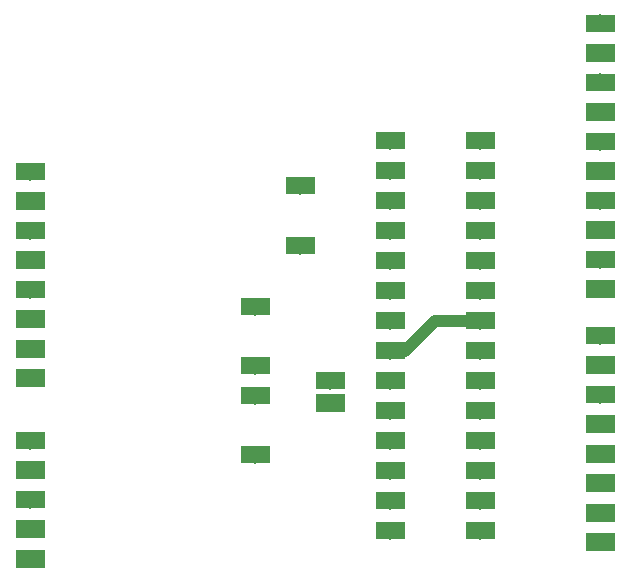
<source format=gtl>
G04 #@! TF.GenerationSoftware,KiCad,Pcbnew,(5.1.2)-2*
G04 #@! TF.CreationDate,2019-10-01T15:18:02-10:00*
G04 #@! TF.ProjectId,bootloader_atmega328,626f6f74-6c6f-4616-9465-725f61746d65,rev?*
G04 #@! TF.SameCoordinates,Original*
G04 #@! TF.FileFunction,Copper,L1,Top*
G04 #@! TF.FilePolarity,Positive*
%FSLAX46Y46*%
G04 Gerber Fmt 4.6, Leading zero omitted, Abs format (unit mm)*
G04 Created by KiCad (PCBNEW (5.1.2)-2) date 2019-10-01 15:18:02*
%MOMM*%
%LPD*%
G04 APERTURE LIST*
%ADD10C,1.500000*%
%ADD11C,0.100000*%
%ADD12C,1.000000*%
G04 APERTURE END LIST*
D10*
X109220000Y-91520000D03*
D11*
G36*
X107970000Y-90770000D02*
G01*
X110470000Y-90770000D01*
X110470000Y-92270000D01*
X107970000Y-92270000D01*
X107970000Y-90770000D01*
X107970000Y-90770000D01*
G37*
D10*
X109220000Y-96520000D03*
D11*
G36*
X107970000Y-95770000D02*
G01*
X110470000Y-95770000D01*
X110470000Y-97270000D01*
X107970000Y-97270000D01*
X107970000Y-95770000D01*
X107970000Y-95770000D01*
G37*
D10*
X109220000Y-104060000D03*
D11*
G36*
X107970000Y-103310000D02*
G01*
X110470000Y-103310000D01*
X110470000Y-104810000D01*
X107970000Y-104810000D01*
X107970000Y-103310000D01*
X107970000Y-103310000D01*
G37*
D10*
X109220000Y-99060000D03*
D11*
G36*
X107970000Y-98310000D02*
G01*
X110470000Y-98310000D01*
X110470000Y-99810000D01*
X107970000Y-99810000D01*
X107970000Y-98310000D01*
X107970000Y-98310000D01*
G37*
D10*
X90170000Y-80090000D03*
D11*
G36*
X88920000Y-79340000D02*
G01*
X91420000Y-79340000D01*
X91420000Y-80840000D01*
X88920000Y-80840000D01*
X88920000Y-79340000D01*
X88920000Y-79340000D01*
G37*
D10*
X90170000Y-82590000D03*
D11*
G36*
X88920000Y-81840000D02*
G01*
X91420000Y-81840000D01*
X91420000Y-83340000D01*
X88920000Y-83340000D01*
X88920000Y-81840000D01*
X88920000Y-81840000D01*
G37*
D10*
X90170000Y-85090000D03*
D11*
G36*
X88920000Y-84340000D02*
G01*
X91420000Y-84340000D01*
X91420000Y-85840000D01*
X88920000Y-85840000D01*
X88920000Y-84340000D01*
X88920000Y-84340000D01*
G37*
D10*
X90170000Y-87590000D03*
D11*
G36*
X88920000Y-86840000D02*
G01*
X91420000Y-86840000D01*
X91420000Y-88340000D01*
X88920000Y-88340000D01*
X88920000Y-86840000D01*
X88920000Y-86840000D01*
G37*
D10*
X90170000Y-90090000D03*
D11*
G36*
X88920000Y-89340000D02*
G01*
X91420000Y-89340000D01*
X91420000Y-90840000D01*
X88920000Y-90840000D01*
X88920000Y-89340000D01*
X88920000Y-89340000D01*
G37*
D10*
X90170000Y-92590000D03*
D11*
G36*
X88920000Y-91840000D02*
G01*
X91420000Y-91840000D01*
X91420000Y-93340000D01*
X88920000Y-93340000D01*
X88920000Y-91840000D01*
X88920000Y-91840000D01*
G37*
D10*
X90170000Y-95090000D03*
D11*
G36*
X88920000Y-94340000D02*
G01*
X91420000Y-94340000D01*
X91420000Y-95840000D01*
X88920000Y-95840000D01*
X88920000Y-94340000D01*
X88920000Y-94340000D01*
G37*
D10*
X90170000Y-97590000D03*
D11*
G36*
X88920000Y-96840000D02*
G01*
X91420000Y-96840000D01*
X91420000Y-98340000D01*
X88920000Y-98340000D01*
X88920000Y-96840000D01*
X88920000Y-96840000D01*
G37*
D10*
X90170000Y-102870000D03*
D11*
G36*
X88920000Y-102120000D02*
G01*
X91420000Y-102120000D01*
X91420000Y-103620000D01*
X88920000Y-103620000D01*
X88920000Y-102120000D01*
X88920000Y-102120000D01*
G37*
D10*
X90170000Y-105370000D03*
D11*
G36*
X88920000Y-104620000D02*
G01*
X91420000Y-104620000D01*
X91420000Y-106120000D01*
X88920000Y-106120000D01*
X88920000Y-104620000D01*
X88920000Y-104620000D01*
G37*
D10*
X90170000Y-107870000D03*
D11*
G36*
X88920000Y-107120000D02*
G01*
X91420000Y-107120000D01*
X91420000Y-108620000D01*
X88920000Y-108620000D01*
X88920000Y-107120000D01*
X88920000Y-107120000D01*
G37*
D10*
X90170000Y-110370000D03*
D11*
G36*
X88920000Y-109620000D02*
G01*
X91420000Y-109620000D01*
X91420000Y-111120000D01*
X88920000Y-111120000D01*
X88920000Y-109620000D01*
X88920000Y-109620000D01*
G37*
D10*
X90170000Y-112870000D03*
D11*
G36*
X88920000Y-112120000D02*
G01*
X91420000Y-112120000D01*
X91420000Y-113620000D01*
X88920000Y-113620000D01*
X88920000Y-112120000D01*
X88920000Y-112120000D01*
G37*
D10*
X138430000Y-90050000D03*
D11*
G36*
X139680000Y-90800000D02*
G01*
X137180000Y-90800000D01*
X137180000Y-89300000D01*
X139680000Y-89300000D01*
X139680000Y-90800000D01*
X139680000Y-90800000D01*
G37*
D10*
X138430000Y-87550000D03*
D11*
G36*
X139680000Y-88300000D02*
G01*
X137180000Y-88300000D01*
X137180000Y-86800000D01*
X139680000Y-86800000D01*
X139680000Y-88300000D01*
X139680000Y-88300000D01*
G37*
D10*
X138430000Y-85050000D03*
D11*
G36*
X139680000Y-85800000D02*
G01*
X137180000Y-85800000D01*
X137180000Y-84300000D01*
X139680000Y-84300000D01*
X139680000Y-85800000D01*
X139680000Y-85800000D01*
G37*
D10*
X138430000Y-82550000D03*
D11*
G36*
X139680000Y-83300000D02*
G01*
X137180000Y-83300000D01*
X137180000Y-81800000D01*
X139680000Y-81800000D01*
X139680000Y-83300000D01*
X139680000Y-83300000D01*
G37*
D10*
X138430000Y-80050000D03*
D11*
G36*
X139680000Y-80800000D02*
G01*
X137180000Y-80800000D01*
X137180000Y-79300000D01*
X139680000Y-79300000D01*
X139680000Y-80800000D01*
X139680000Y-80800000D01*
G37*
D10*
X138430000Y-77550000D03*
D11*
G36*
X139680000Y-78300000D02*
G01*
X137180000Y-78300000D01*
X137180000Y-76800000D01*
X139680000Y-76800000D01*
X139680000Y-78300000D01*
X139680000Y-78300000D01*
G37*
D10*
X138430000Y-75050000D03*
D11*
G36*
X139680000Y-75800000D02*
G01*
X137180000Y-75800000D01*
X137180000Y-74300000D01*
X139680000Y-74300000D01*
X139680000Y-75800000D01*
X139680000Y-75800000D01*
G37*
D10*
X138430000Y-72550000D03*
D11*
G36*
X139680000Y-73300000D02*
G01*
X137180000Y-73300000D01*
X137180000Y-71800000D01*
X139680000Y-71800000D01*
X139680000Y-73300000D01*
X139680000Y-73300000D01*
G37*
D10*
X138430000Y-70050000D03*
D11*
G36*
X139680000Y-70800000D02*
G01*
X137180000Y-70800000D01*
X137180000Y-69300000D01*
X139680000Y-69300000D01*
X139680000Y-70800000D01*
X139680000Y-70800000D01*
G37*
D10*
X138430000Y-67550000D03*
D11*
G36*
X139680000Y-68300000D02*
G01*
X137180000Y-68300000D01*
X137180000Y-66800000D01*
X139680000Y-66800000D01*
X139680000Y-68300000D01*
X139680000Y-68300000D01*
G37*
D10*
X138430000Y-93980000D03*
D11*
G36*
X139680000Y-94730000D02*
G01*
X137180000Y-94730000D01*
X137180000Y-93230000D01*
X139680000Y-93230000D01*
X139680000Y-94730000D01*
X139680000Y-94730000D01*
G37*
D10*
X138430000Y-96480000D03*
D11*
G36*
X139680000Y-97230000D02*
G01*
X137180000Y-97230000D01*
X137180000Y-95730000D01*
X139680000Y-95730000D01*
X139680000Y-97230000D01*
X139680000Y-97230000D01*
G37*
D10*
X138430000Y-98980000D03*
D11*
G36*
X139680000Y-99730000D02*
G01*
X137180000Y-99730000D01*
X137180000Y-98230000D01*
X139680000Y-98230000D01*
X139680000Y-99730000D01*
X139680000Y-99730000D01*
G37*
D10*
X138430000Y-101480000D03*
D11*
G36*
X139680000Y-102230000D02*
G01*
X137180000Y-102230000D01*
X137180000Y-100730000D01*
X139680000Y-100730000D01*
X139680000Y-102230000D01*
X139680000Y-102230000D01*
G37*
D10*
X138430000Y-103980000D03*
D11*
G36*
X139680000Y-104730000D02*
G01*
X137180000Y-104730000D01*
X137180000Y-103230000D01*
X139680000Y-103230000D01*
X139680000Y-104730000D01*
X139680000Y-104730000D01*
G37*
D10*
X138430000Y-106480000D03*
D11*
G36*
X139680000Y-107230000D02*
G01*
X137180000Y-107230000D01*
X137180000Y-105730000D01*
X139680000Y-105730000D01*
X139680000Y-107230000D01*
X139680000Y-107230000D01*
G37*
D10*
X138430000Y-108980000D03*
D11*
G36*
X139680000Y-109730000D02*
G01*
X137180000Y-109730000D01*
X137180000Y-108230000D01*
X139680000Y-108230000D01*
X139680000Y-109730000D01*
X139680000Y-109730000D01*
G37*
D10*
X138430000Y-111480000D03*
D11*
G36*
X139680000Y-112230000D02*
G01*
X137180000Y-112230000D01*
X137180000Y-110730000D01*
X139680000Y-110730000D01*
X139680000Y-112230000D01*
X139680000Y-112230000D01*
G37*
D10*
X113030000Y-81280000D03*
D11*
G36*
X111780000Y-80530000D02*
G01*
X114280000Y-80530000D01*
X114280000Y-82030000D01*
X111780000Y-82030000D01*
X111780000Y-80530000D01*
X111780000Y-80530000D01*
G37*
D10*
X113030000Y-86360000D03*
D11*
G36*
X111780000Y-85610000D02*
G01*
X114280000Y-85610000D01*
X114280000Y-87110000D01*
X111780000Y-87110000D01*
X111780000Y-85610000D01*
X111780000Y-85610000D01*
G37*
D10*
X120650000Y-77470000D03*
D11*
G36*
X119400000Y-78220000D02*
G01*
X119400000Y-76720000D01*
X121900000Y-76720000D01*
X121900000Y-78220000D01*
X119400000Y-78220000D01*
X119400000Y-78220000D01*
G37*
D10*
X128270000Y-110490000D03*
D11*
G36*
X127020000Y-111240000D02*
G01*
X127020000Y-109740000D01*
X129520000Y-109740000D01*
X129520000Y-111240000D01*
X127020000Y-111240000D01*
X127020000Y-111240000D01*
G37*
D10*
X120650000Y-80010000D03*
D11*
G36*
X119400000Y-80760000D02*
G01*
X119400000Y-79260000D01*
X121900000Y-79260000D01*
X121900000Y-80760000D01*
X119400000Y-80760000D01*
X119400000Y-80760000D01*
G37*
D10*
X128270000Y-107950000D03*
D11*
G36*
X127020000Y-108700000D02*
G01*
X127020000Y-107200000D01*
X129520000Y-107200000D01*
X129520000Y-108700000D01*
X127020000Y-108700000D01*
X127020000Y-108700000D01*
G37*
D10*
X120650000Y-82550000D03*
D11*
G36*
X119400000Y-83300000D02*
G01*
X119400000Y-81800000D01*
X121900000Y-81800000D01*
X121900000Y-83300000D01*
X119400000Y-83300000D01*
X119400000Y-83300000D01*
G37*
D10*
X128270000Y-105410000D03*
D11*
G36*
X127020000Y-106160000D02*
G01*
X127020000Y-104660000D01*
X129520000Y-104660000D01*
X129520000Y-106160000D01*
X127020000Y-106160000D01*
X127020000Y-106160000D01*
G37*
D10*
X120650000Y-85090000D03*
D11*
G36*
X119400000Y-85840000D02*
G01*
X119400000Y-84340000D01*
X121900000Y-84340000D01*
X121900000Y-85840000D01*
X119400000Y-85840000D01*
X119400000Y-85840000D01*
G37*
D10*
X128270000Y-102870000D03*
D11*
G36*
X127020000Y-103620000D02*
G01*
X127020000Y-102120000D01*
X129520000Y-102120000D01*
X129520000Y-103620000D01*
X127020000Y-103620000D01*
X127020000Y-103620000D01*
G37*
D10*
X120650000Y-87630000D03*
D11*
G36*
X119400000Y-88380000D02*
G01*
X119400000Y-86880000D01*
X121900000Y-86880000D01*
X121900000Y-88380000D01*
X119400000Y-88380000D01*
X119400000Y-88380000D01*
G37*
D10*
X128270000Y-100330000D03*
D11*
G36*
X127020000Y-101080000D02*
G01*
X127020000Y-99580000D01*
X129520000Y-99580000D01*
X129520000Y-101080000D01*
X127020000Y-101080000D01*
X127020000Y-101080000D01*
G37*
D10*
X120650000Y-90170000D03*
D11*
G36*
X119400000Y-90920000D02*
G01*
X119400000Y-89420000D01*
X121900000Y-89420000D01*
X121900000Y-90920000D01*
X119400000Y-90920000D01*
X119400000Y-90920000D01*
G37*
D10*
X128270000Y-97790000D03*
D11*
G36*
X127020000Y-98540000D02*
G01*
X127020000Y-97040000D01*
X129520000Y-97040000D01*
X129520000Y-98540000D01*
X127020000Y-98540000D01*
X127020000Y-98540000D01*
G37*
D10*
X120650000Y-92710000D03*
D11*
G36*
X119400000Y-93460000D02*
G01*
X119400000Y-91960000D01*
X121900000Y-91960000D01*
X121900000Y-93460000D01*
X119400000Y-93460000D01*
X119400000Y-93460000D01*
G37*
D10*
X128270000Y-95250000D03*
D11*
G36*
X127020000Y-96000000D02*
G01*
X127020000Y-94500000D01*
X129520000Y-94500000D01*
X129520000Y-96000000D01*
X127020000Y-96000000D01*
X127020000Y-96000000D01*
G37*
D10*
X120650000Y-95250000D03*
D11*
G36*
X119400000Y-96000000D02*
G01*
X119400000Y-94500000D01*
X121900000Y-94500000D01*
X121900000Y-96000000D01*
X119400000Y-96000000D01*
X119400000Y-96000000D01*
G37*
D10*
X128270000Y-92710000D03*
D11*
G36*
X127020000Y-93460000D02*
G01*
X127020000Y-91960000D01*
X129520000Y-91960000D01*
X129520000Y-93460000D01*
X127020000Y-93460000D01*
X127020000Y-93460000D01*
G37*
D10*
X120650000Y-97790000D03*
D11*
G36*
X119400000Y-98540000D02*
G01*
X119400000Y-97040000D01*
X121900000Y-97040000D01*
X121900000Y-98540000D01*
X119400000Y-98540000D01*
X119400000Y-98540000D01*
G37*
D10*
X128270000Y-90170000D03*
D11*
G36*
X127020000Y-90920000D02*
G01*
X127020000Y-89420000D01*
X129520000Y-89420000D01*
X129520000Y-90920000D01*
X127020000Y-90920000D01*
X127020000Y-90920000D01*
G37*
D10*
X120650000Y-100330000D03*
D11*
G36*
X119400000Y-101080000D02*
G01*
X119400000Y-99580000D01*
X121900000Y-99580000D01*
X121900000Y-101080000D01*
X119400000Y-101080000D01*
X119400000Y-101080000D01*
G37*
D10*
X128270000Y-87630000D03*
D11*
G36*
X127020000Y-88380000D02*
G01*
X127020000Y-86880000D01*
X129520000Y-86880000D01*
X129520000Y-88380000D01*
X127020000Y-88380000D01*
X127020000Y-88380000D01*
G37*
D10*
X120650000Y-102870000D03*
D11*
G36*
X119400000Y-103620000D02*
G01*
X119400000Y-102120000D01*
X121900000Y-102120000D01*
X121900000Y-103620000D01*
X119400000Y-103620000D01*
X119400000Y-103620000D01*
G37*
D10*
X128270000Y-85090000D03*
D11*
G36*
X127020000Y-85840000D02*
G01*
X127020000Y-84340000D01*
X129520000Y-84340000D01*
X129520000Y-85840000D01*
X127020000Y-85840000D01*
X127020000Y-85840000D01*
G37*
D10*
X120650000Y-105410000D03*
D11*
G36*
X119400000Y-106160000D02*
G01*
X119400000Y-104660000D01*
X121900000Y-104660000D01*
X121900000Y-106160000D01*
X119400000Y-106160000D01*
X119400000Y-106160000D01*
G37*
D10*
X128270000Y-82550000D03*
D11*
G36*
X127020000Y-83300000D02*
G01*
X127020000Y-81800000D01*
X129520000Y-81800000D01*
X129520000Y-83300000D01*
X127020000Y-83300000D01*
X127020000Y-83300000D01*
G37*
D10*
X120650000Y-107950000D03*
D11*
G36*
X119400000Y-108700000D02*
G01*
X119400000Y-107200000D01*
X121900000Y-107200000D01*
X121900000Y-108700000D01*
X119400000Y-108700000D01*
X119400000Y-108700000D01*
G37*
D10*
X128270000Y-80010000D03*
D11*
G36*
X127020000Y-80760000D02*
G01*
X127020000Y-79260000D01*
X129520000Y-79260000D01*
X129520000Y-80760000D01*
X127020000Y-80760000D01*
X127020000Y-80760000D01*
G37*
D10*
X120650000Y-110490000D03*
D11*
G36*
X119400000Y-111240000D02*
G01*
X119400000Y-109740000D01*
X121900000Y-109740000D01*
X121900000Y-111240000D01*
X119400000Y-111240000D01*
X119400000Y-111240000D01*
G37*
D10*
X128270000Y-77470000D03*
D11*
G36*
X127020000Y-78220000D02*
G01*
X127020000Y-76720000D01*
X129520000Y-76720000D01*
X129520000Y-78220000D01*
X127020000Y-78220000D01*
X127020000Y-78220000D01*
G37*
D10*
X115570000Y-97790000D03*
D11*
G36*
X114320000Y-97040000D02*
G01*
X116820000Y-97040000D01*
X116820000Y-98540000D01*
X114320000Y-98540000D01*
X114320000Y-97040000D01*
X114320000Y-97040000D01*
G37*
D10*
X115570000Y-99690000D03*
D11*
G36*
X114320000Y-98940000D02*
G01*
X116820000Y-98940000D01*
X116820000Y-100440000D01*
X114320000Y-100440000D01*
X114320000Y-98940000D01*
X114320000Y-98940000D01*
G37*
D12*
X120650000Y-95250000D02*
X121920000Y-95250000D01*
X124460000Y-92710000D02*
X128270000Y-92710000D01*
X121920000Y-95250000D02*
X124460000Y-92710000D01*
M02*

</source>
